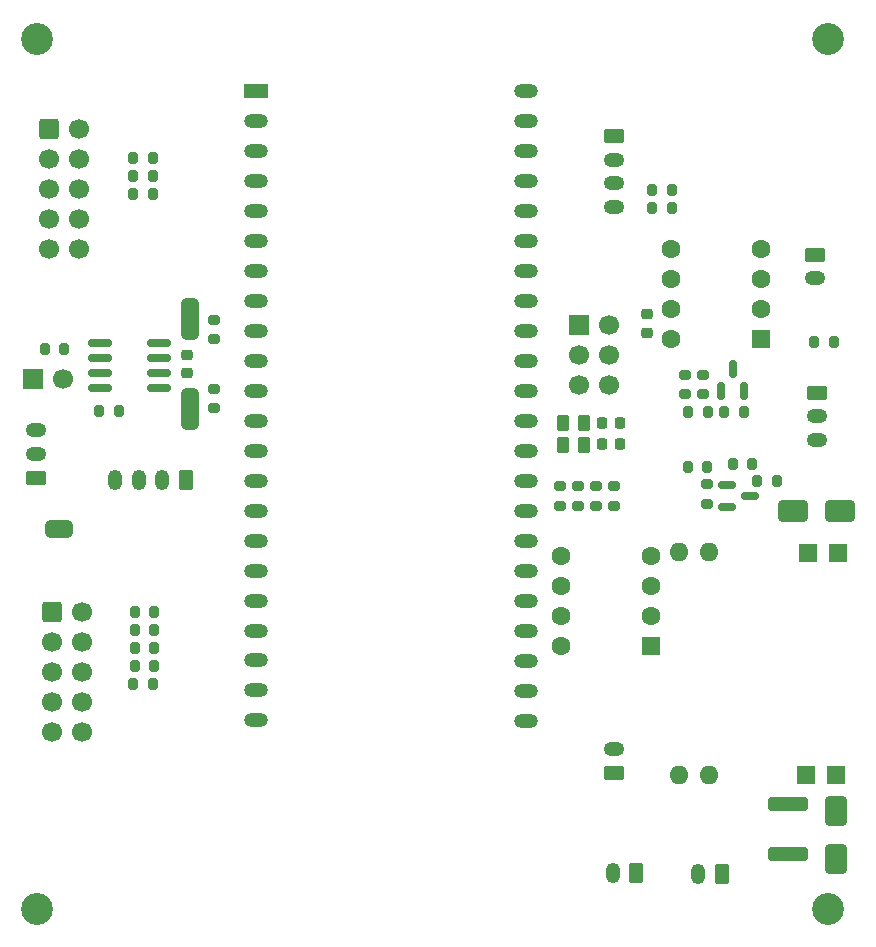
<source format=gts>
%TF.GenerationSoftware,KiCad,Pcbnew,9.0.6*%
%TF.CreationDate,2026-01-05T15:15:05-05:00*%
%TF.ProjectId,OrganUniversalMCUboard,4f726761-6e55-46e6-9976-657273616c4d,rev?*%
%TF.SameCoordinates,Original*%
%TF.FileFunction,Soldermask,Top*%
%TF.FilePolarity,Negative*%
%FSLAX46Y46*%
G04 Gerber Fmt 4.6, Leading zero omitted, Abs format (unit mm)*
G04 Created by KiCad (PCBNEW 9.0.6) date 2026-01-05 15:15:05*
%MOMM*%
%LPD*%
G01*
G04 APERTURE LIST*
G04 Aperture macros list*
%AMRoundRect*
0 Rectangle with rounded corners*
0 $1 Rounding radius*
0 $2 $3 $4 $5 $6 $7 $8 $9 X,Y pos of 4 corners*
0 Add a 4 corners polygon primitive as box body*
4,1,4,$2,$3,$4,$5,$6,$7,$8,$9,$2,$3,0*
0 Add four circle primitives for the rounded corners*
1,1,$1+$1,$2,$3*
1,1,$1+$1,$4,$5*
1,1,$1+$1,$6,$7*
1,1,$1+$1,$8,$9*
0 Add four rect primitives between the rounded corners*
20,1,$1+$1,$2,$3,$4,$5,0*
20,1,$1+$1,$4,$5,$6,$7,0*
20,1,$1+$1,$6,$7,$8,$9,0*
20,1,$1+$1,$8,$9,$2,$3,0*%
%AMFreePoly0*
4,1,23,0.500000,-0.750000,0.000000,-0.750000,0.000000,-0.745722,-0.065263,-0.745722,-0.191342,-0.711940,-0.304381,-0.646677,-0.396677,-0.554381,-0.461940,-0.441342,-0.495722,-0.315263,-0.495722,-0.250000,-0.500000,-0.250000,-0.500000,0.250000,-0.495722,0.250000,-0.495722,0.315263,-0.461940,0.441342,-0.396677,0.554381,-0.304381,0.646677,-0.191342,0.711940,-0.065263,0.745722,0.000000,0.745722,
0.000000,0.750000,0.500000,0.750000,0.500000,-0.750000,0.500000,-0.750000,$1*%
%AMFreePoly1*
4,1,23,0.000000,0.745722,0.065263,0.745722,0.191342,0.711940,0.304381,0.646677,0.396677,0.554381,0.461940,0.441342,0.495722,0.315263,0.495722,0.250000,0.500000,0.250000,0.500000,-0.250000,0.495722,-0.250000,0.495722,-0.315263,0.461940,-0.441342,0.396677,-0.554381,0.304381,-0.646677,0.191342,-0.711940,0.065263,-0.745722,0.000000,-0.745722,0.000000,-0.750000,-0.500000,-0.750000,
-0.500000,0.750000,0.000000,0.750000,0.000000,0.745722,0.000000,0.745722,$1*%
%AMFreePoly2*
4,1,23,0.550000,-0.750000,0.000000,-0.750000,0.000000,-0.745722,-0.065263,-0.745722,-0.191342,-0.711940,-0.304381,-0.646677,-0.396677,-0.554381,-0.461940,-0.441342,-0.495722,-0.315263,-0.495722,-0.250000,-0.500000,-0.250000,-0.500000,0.250000,-0.495722,0.250000,-0.495722,0.315263,-0.461940,0.441342,-0.396677,0.554381,-0.304381,0.646677,-0.191342,0.711940,-0.065263,0.745722,0.000000,0.745722,
0.000000,0.750000,0.550000,0.750000,0.550000,-0.750000,0.550000,-0.750000,$1*%
%AMFreePoly3*
4,1,23,0.000000,0.745722,0.065263,0.745722,0.191342,0.711940,0.304381,0.646677,0.396677,0.554381,0.461940,0.441342,0.495722,0.315263,0.495722,0.250000,0.500000,0.250000,0.500000,-0.250000,0.495722,-0.250000,0.495722,-0.315263,0.461940,-0.441342,0.396677,-0.554381,0.304381,-0.646677,0.191342,-0.711940,0.065263,-0.745722,0.000000,-0.745722,0.000000,-0.750000,-0.550000,-0.750000,
-0.550000,0.750000,0.000000,0.750000,0.000000,0.745722,0.000000,0.745722,$1*%
G04 Aperture macros list end*
%ADD10C,0.000000*%
%ADD11O,1.600000X1.600000*%
%ADD12R,1.600000X1.600000*%
%ADD13RoundRect,0.200000X-0.200000X-0.275000X0.200000X-0.275000X0.200000X0.275000X-0.200000X0.275000X0*%
%ADD14FreePoly0,180.000000*%
%ADD15FreePoly1,180.000000*%
%ADD16R,1.700000X1.700000*%
%ADD17C,1.700000*%
%ADD18RoundRect,0.250000X-0.625000X0.350000X-0.625000X-0.350000X0.625000X-0.350000X0.625000X0.350000X0*%
%ADD19O,1.750000X1.200000*%
%ADD20RoundRect,0.250000X-0.600000X-0.600000X0.600000X-0.600000X0.600000X0.600000X-0.600000X0.600000X0*%
%ADD21RoundRect,0.250000X0.625000X-0.350000X0.625000X0.350000X-0.625000X0.350000X-0.625000X-0.350000X0*%
%ADD22RoundRect,0.250000X1.450000X-0.312500X1.450000X0.312500X-1.450000X0.312500X-1.450000X-0.312500X0*%
%ADD23O,1.200000X1.750000*%
%ADD24RoundRect,0.250000X0.350000X0.625000X-0.350000X0.625000X-0.350000X-0.625000X0.350000X-0.625000X0*%
%ADD25RoundRect,0.150000X-0.587500X-0.150000X0.587500X-0.150000X0.587500X0.150000X-0.587500X0.150000X0*%
%ADD26RoundRect,0.200000X0.200000X0.275000X-0.200000X0.275000X-0.200000X-0.275000X0.200000X-0.275000X0*%
%ADD27RoundRect,0.200000X0.275000X-0.200000X0.275000X0.200000X-0.275000X0.200000X-0.275000X-0.200000X0*%
%ADD28RoundRect,0.218750X0.218750X0.256250X-0.218750X0.256250X-0.218750X-0.256250X0.218750X-0.256250X0*%
%ADD29RoundRect,0.250000X0.550000X0.550000X-0.550000X0.550000X-0.550000X-0.550000X0.550000X-0.550000X0*%
%ADD30C,1.600000*%
%ADD31RoundRect,0.200000X-0.275000X0.200000X-0.275000X-0.200000X0.275000X-0.200000X0.275000X0.200000X0*%
%ADD32RoundRect,0.250000X-0.262500X-0.450000X0.262500X-0.450000X0.262500X0.450000X-0.262500X0.450000X0*%
%ADD33RoundRect,0.150000X0.150000X-0.587500X0.150000X0.587500X-0.150000X0.587500X-0.150000X-0.587500X0*%
%ADD34FreePoly2,270.000000*%
%ADD35R,1.500000X1.000000*%
%ADD36FreePoly3,270.000000*%
%ADD37RoundRect,0.225000X-0.250000X0.225000X-0.250000X-0.225000X0.250000X-0.225000X0.250000X0.225000X0*%
%ADD38RoundRect,0.250000X-0.650000X1.000000X-0.650000X-1.000000X0.650000X-1.000000X0.650000X1.000000X0*%
%ADD39FreePoly2,90.000000*%
%ADD40FreePoly3,90.000000*%
%ADD41R,2.000000X1.200000*%
%ADD42O,2.000000X1.200000*%
%ADD43RoundRect,0.150000X0.825000X0.150000X-0.825000X0.150000X-0.825000X-0.150000X0.825000X-0.150000X0*%
%ADD44RoundRect,0.225000X0.250000X-0.225000X0.250000X0.225000X-0.250000X0.225000X-0.250000X-0.225000X0*%
%ADD45RoundRect,0.250000X-1.000000X-0.650000X1.000000X-0.650000X1.000000X0.650000X-1.000000X0.650000X0*%
%ADD46C,2.700000*%
G04 APERTURE END LIST*
D10*
%TO.C,JP2*%
G36*
X72032000Y-93484000D02*
G01*
X72032000Y-94984001D01*
X71732000Y-94984000D01*
X71732000Y-93483999D01*
X72032000Y-93484000D01*
G37*
%TO.C,SJ_COMM_RX1*%
G36*
X83702000Y-77204002D02*
G01*
X82202000Y-77204002D01*
X82202000Y-75704002D01*
X83702000Y-75704002D01*
X83702000Y-77204002D01*
G37*
%TO.C,SJ_COMM_TX1*%
G36*
X83701996Y-84823997D02*
G01*
X82201996Y-84823997D01*
X82201996Y-83323997D01*
X83701996Y-83323997D01*
X83701996Y-84823997D01*
G37*
%TD*%
D11*
%TO.C,A5V1*%
X124332999Y-96139002D03*
X126873000Y-96164401D03*
D12*
X137795000Y-96266001D03*
X135254997Y-96266001D03*
D11*
X124332999Y-115062001D03*
X126872999Y-115087402D03*
D12*
X137668000Y-115062001D03*
X135127999Y-115062001D03*
%TD*%
D13*
%TO.C,RS_LATCH1*%
X78169000Y-107315000D03*
X79819000Y-107315000D03*
%TD*%
D14*
%TO.C,JP2*%
X72532000Y-94234000D03*
D15*
X71232000Y-94234000D03*
%TD*%
D16*
%TO.C,JP1*%
X69718000Y-81534000D03*
D17*
X72258001Y-81534001D03*
%TD*%
D18*
%TO.C,J9*%
X118872000Y-60960000D03*
D19*
X118872000Y-62960000D03*
X118872000Y-64960000D03*
X118872001Y-66960001D03*
%TD*%
D20*
%TO.C,J7*%
X70993000Y-60325000D03*
D17*
X73533000Y-60325000D03*
X70993000Y-62865000D03*
X73533000Y-62865000D03*
X70993000Y-65405000D03*
X73533000Y-65405000D03*
X70993000Y-67945000D03*
X73533000Y-67945000D03*
X70993000Y-70485000D03*
X73533000Y-70485000D03*
%TD*%
D21*
%TO.C,J6*%
X69935000Y-89884000D03*
D19*
X69935000Y-87884000D03*
X69935000Y-85884000D03*
%TD*%
D18*
%TO.C,J4*%
X136017000Y-82677000D03*
D19*
X136017000Y-84677000D03*
X136017000Y-86677000D03*
%TD*%
D18*
%TO.C,J3*%
X135890000Y-70993000D03*
D19*
X135890000Y-72993000D03*
%TD*%
D22*
%TO.C,F1*%
X133604001Y-121771499D03*
X133603999Y-117496501D03*
%TD*%
D23*
%TO.C,J1*%
X126016000Y-123444000D03*
D24*
X128016000Y-123444000D03*
%TD*%
D25*
%TO.C,Q1*%
X130350500Y-91440000D03*
X128475500Y-92390000D03*
X128475500Y-90490000D03*
%TD*%
D26*
%TO.C,R2*%
X131001000Y-90170000D03*
X132651000Y-90170000D03*
%TD*%
D13*
%TO.C,R3*%
X126767000Y-88971751D03*
X125117000Y-88971751D03*
%TD*%
%TO.C,R7*%
X130577000Y-88717751D03*
X128927000Y-88717751D03*
%TD*%
D27*
%TO.C,R4*%
X126704000Y-92082751D03*
X126704000Y-90432751D03*
%TD*%
D28*
%TO.C,D2*%
X119405502Y-86995001D03*
X117830498Y-86994999D03*
%TD*%
D29*
%TO.C,U2*%
X131312999Y-78105000D03*
D30*
X131313000Y-75564997D03*
X131312999Y-73025000D03*
X131312999Y-70485000D03*
X123692999Y-70485000D03*
X123692998Y-73025000D03*
X123692999Y-75565001D03*
X123692999Y-78105000D03*
%TD*%
D31*
%TO.C,RP_DIP3*%
X115824000Y-90615000D03*
X115824000Y-92265000D03*
%TD*%
D26*
%TO.C,R9*%
X129857002Y-84304752D03*
X128207002Y-84304752D03*
%TD*%
D13*
%TO.C,RS_MOSI1*%
X78296000Y-105862000D03*
X79946000Y-105862000D03*
%TD*%
%TO.C,RS_CLR1*%
X78296000Y-101290000D03*
X79946000Y-101290000D03*
%TD*%
D32*
%TO.C,RLED2*%
X114530500Y-85217000D03*
X116355500Y-85217000D03*
%TD*%
D24*
%TO.C,J2*%
X120761001Y-123359000D03*
D23*
X118761001Y-123359000D03*
%TD*%
D33*
%TO.C,Q2*%
X127955001Y-82575256D03*
X129854998Y-82575254D03*
X128904999Y-80700253D03*
%TD*%
D24*
%TO.C,J5*%
X82629001Y-90084999D03*
D23*
X80629001Y-90084999D03*
X78629001Y-90084999D03*
X76629000Y-90085000D03*
%TD*%
D34*
%TO.C,SJ_COMM_RX1*%
X82952000Y-75154002D03*
D35*
X82952000Y-76454002D03*
D36*
X82952000Y-77754002D03*
%TD*%
D26*
%TO.C,RP_SDA1*%
X123761000Y-65532000D03*
X122111000Y-65532000D03*
%TD*%
D37*
%TO.C,CD_U5*%
X82697998Y-79488994D03*
X82697998Y-81038996D03*
%TD*%
D38*
%TO.C,D1*%
X137668000Y-118142001D03*
X137668000Y-122142001D03*
%TD*%
D21*
%TO.C,J10*%
X118830000Y-114880900D03*
D19*
X118830000Y-112880900D03*
%TD*%
D28*
%TO.C,D3*%
X119405502Y-85217001D03*
X117830498Y-85216999D03*
%TD*%
D27*
%TO.C,R8*%
X126365000Y-82843751D03*
X126365000Y-81193751D03*
%TD*%
D39*
%TO.C,SJ_COMM_TX1*%
X82951996Y-85373997D03*
D35*
X82951996Y-84073997D03*
D40*
X82951996Y-82773997D03*
%TD*%
D13*
%TO.C,R_TERM1*%
X70676000Y-78994000D03*
X72326000Y-78994000D03*
%TD*%
%TO.C,RS1*%
X75268999Y-84201000D03*
X76918999Y-84201000D03*
%TD*%
%TO.C,RS_BCLK1*%
X78155500Y-62851500D03*
X79805500Y-62851500D03*
%TD*%
D41*
%TO.C,U1*%
X88570000Y-57107920D03*
D42*
X88570000Y-59647920D03*
X88570000Y-62187920D03*
X88570000Y-64727920D03*
X88570000Y-67267920D03*
X88570000Y-69807920D03*
X88570000Y-72347920D03*
X88570000Y-74887920D03*
X88570000Y-77427920D03*
X88570000Y-79967920D03*
X88570000Y-82507920D03*
X88570000Y-85047920D03*
X88570000Y-87587920D03*
X88570000Y-90127920D03*
X88570000Y-92667920D03*
X88570000Y-95207920D03*
X88570000Y-97747920D03*
X88570000Y-100287920D03*
X88570000Y-102827920D03*
X88566320Y-105365200D03*
X88566320Y-107905200D03*
X88566320Y-110445200D03*
X111430000Y-110447920D03*
X111430000Y-107907920D03*
X111430000Y-105367920D03*
X111430000Y-102827920D03*
X111430000Y-100287920D03*
X111430000Y-97747920D03*
X111430000Y-95207920D03*
X111430000Y-92667920D03*
X111430000Y-90127920D03*
X111430000Y-87587920D03*
X111430000Y-85047920D03*
X111430000Y-82507920D03*
X111430000Y-79967920D03*
X111430000Y-77427920D03*
X111430000Y-74887920D03*
X111430000Y-72347920D03*
X111430000Y-69807920D03*
X111430000Y-67267920D03*
X111430000Y-64727920D03*
X111430000Y-62187920D03*
X111430000Y-59647920D03*
X111430000Y-57107920D03*
%TD*%
D13*
%TO.C,R1*%
X125159001Y-84304754D03*
X126809001Y-84304754D03*
%TD*%
%TO.C,RS_DIN1*%
X78155500Y-65899500D03*
X79805500Y-65899500D03*
%TD*%
D16*
%TO.C,J11*%
X115946000Y-76962000D03*
D17*
X118486000Y-76962000D03*
X115946000Y-79502000D03*
X118486000Y-79502000D03*
X115946000Y-82042000D03*
X118486000Y-82042000D03*
%TD*%
D13*
%TO.C,RS_OE_N1*%
X78296000Y-102814000D03*
X79946000Y-102814000D03*
%TD*%
D31*
%TO.C,RP_DIP2*%
X117348000Y-90615000D03*
X117348000Y-92265000D03*
%TD*%
D26*
%TO.C,R5*%
X137477000Y-78359000D03*
X135827000Y-78359000D03*
%TD*%
D43*
%TO.C,U5*%
X80332998Y-82325001D03*
X80333000Y-81054999D03*
X80333000Y-79784999D03*
X80333000Y-78514998D03*
X75383002Y-78514997D03*
X75383000Y-79784999D03*
X75383000Y-81054999D03*
X75383000Y-82325000D03*
%TD*%
D13*
%TO.C,RS_SCK1*%
X78296000Y-104338000D03*
X79946000Y-104338000D03*
%TD*%
D31*
%TO.C,RP_DIP1*%
X118872000Y-90615000D03*
X118872000Y-92265000D03*
%TD*%
D26*
%TO.C,RP_SCL1*%
X123761000Y-67056000D03*
X122111000Y-67056000D03*
%TD*%
D27*
%TO.C,RS_UART_RX1*%
X84984000Y-78168000D03*
X84984000Y-76518000D03*
%TD*%
D44*
%TO.C,CD_U2*%
X121666000Y-77610001D03*
X121666000Y-76059999D03*
%TD*%
D20*
%TO.C,J8*%
X71247000Y-101290000D03*
D17*
X73787000Y-101290000D03*
X71247000Y-103830000D03*
X73787000Y-103830000D03*
X71247000Y-106370000D03*
X73787000Y-106370000D03*
X71247000Y-108910000D03*
X73787000Y-108910000D03*
X71247000Y-111450000D03*
X73787000Y-111450000D03*
%TD*%
D32*
%TO.C,RLED1*%
X114530500Y-87122000D03*
X116355500Y-87122000D03*
%TD*%
D31*
%TO.C,RS_UART_TX1*%
X84983998Y-82359998D03*
X84983998Y-84009998D03*
%TD*%
D13*
%TO.C,RS_LRCLK1*%
X78155500Y-64375500D03*
X79805500Y-64375500D03*
%TD*%
D31*
%TO.C,R6*%
X124841000Y-81193751D03*
X124841000Y-82843751D03*
%TD*%
%TO.C,RP_DIP4*%
X114300000Y-90615000D03*
X114300000Y-92265000D03*
%TD*%
D29*
%TO.C,SW1*%
X122042000Y-104127500D03*
D30*
X122042001Y-101587497D03*
X122042000Y-99047500D03*
X122042000Y-96507500D03*
X114422000Y-96507500D03*
X114421998Y-99047500D03*
X114422000Y-101587501D03*
X114422000Y-104127500D03*
%TD*%
D45*
%TO.C,D4*%
X134017000Y-92710000D03*
X138017000Y-92710000D03*
%TD*%
D46*
%TO.C,REF\u002A\u002A*%
X70000000Y-126365000D03*
%TD*%
%TO.C,REF\u002A\u002A*%
X137000000Y-126365000D03*
%TD*%
%TO.C,REF\u002A\u002A*%
X137000000Y-52705000D03*
%TD*%
%TO.C,REF\u002A\u002A*%
X70000000Y-52705000D03*
%TD*%
M02*

</source>
